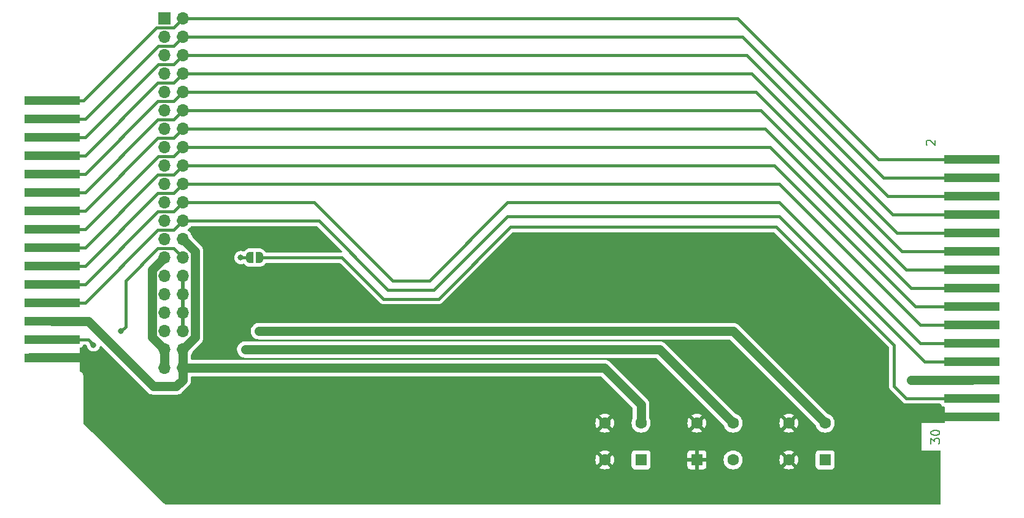
<source format=gtl>
G04 #@! TF.GenerationSoftware,KiCad,Pcbnew,(6.0.0)*
G04 #@! TF.CreationDate,2022-11-09T00:44:27-05:00*
G04 #@! TF.ProjectId,Sorcerer Rom Pack to Ribbon,536f7263-6572-4657-9220-526f6d205061,rev?*
G04 #@! TF.SameCoordinates,Original*
G04 #@! TF.FileFunction,Copper,L1,Top*
G04 #@! TF.FilePolarity,Positive*
%FSLAX46Y46*%
G04 Gerber Fmt 4.6, Leading zero omitted, Abs format (unit mm)*
G04 Created by KiCad (PCBNEW (6.0.0)) date 2022-11-09 00:44:27*
%MOMM*%
%LPD*%
G01*
G04 APERTURE LIST*
G04 Aperture macros list*
%AMFreePoly0*
4,1,22,0.500000,-0.750000,0.000000,-0.750000,0.000000,-0.745033,-0.079941,-0.743568,-0.215256,-0.701293,-0.333266,-0.622738,-0.424486,-0.514219,-0.481581,-0.384460,-0.499164,-0.250000,-0.500000,-0.250000,-0.500000,0.250000,-0.499164,0.250000,-0.499963,0.256109,-0.478152,0.396186,-0.417904,0.524511,-0.324060,0.630769,-0.204165,0.706417,-0.067858,0.745374,0.000000,0.744959,0.000000,0.750000,
0.500000,0.750000,0.500000,-0.750000,0.500000,-0.750000,$1*%
%AMFreePoly1*
4,1,20,0.000000,0.744959,0.073905,0.744508,0.209726,0.703889,0.328688,0.626782,0.421226,0.519385,0.479903,0.390333,0.500000,0.250000,0.500000,-0.250000,0.499851,-0.262216,0.476331,-0.402017,0.414519,-0.529596,0.319384,-0.634700,0.198574,-0.708877,0.061801,-0.746166,0.000000,-0.745033,0.000000,-0.750000,-0.500000,-0.750000,-0.500000,0.750000,0.000000,0.750000,0.000000,0.744959,
0.000000,0.744959,$1*%
G04 Aperture macros list end*
%ADD10C,0.200000*%
G04 #@! TA.AperFunction,NonConductor*
%ADD11C,0.200000*%
G04 #@! TD*
G04 #@! TA.AperFunction,ComponentPad*
%ADD12C,1.600000*%
G04 #@! TD*
G04 #@! TA.AperFunction,ConnectorPad*
%ADD13R,7.600000X1.270000*%
G04 #@! TD*
G04 #@! TA.AperFunction,SMDPad,CuDef*
%ADD14FreePoly0,0.000000*%
G04 #@! TD*
G04 #@! TA.AperFunction,SMDPad,CuDef*
%ADD15FreePoly1,0.000000*%
G04 #@! TD*
G04 #@! TA.AperFunction,ComponentPad*
%ADD16R,1.600000X1.600000*%
G04 #@! TD*
G04 #@! TA.AperFunction,ComponentPad*
%ADD17R,1.700000X1.700000*%
G04 #@! TD*
G04 #@! TA.AperFunction,ComponentPad*
%ADD18O,1.700000X1.700000*%
G04 #@! TD*
G04 #@! TA.AperFunction,ViaPad*
%ADD19C,0.800000*%
G04 #@! TD*
G04 #@! TA.AperFunction,Conductor*
%ADD20C,1.270000*%
G04 #@! TD*
G04 #@! TA.AperFunction,Conductor*
%ADD21C,0.400000*%
G04 #@! TD*
G04 APERTURE END LIST*
D10*
D11*
X186782142Y-93687857D02*
X186725000Y-93630714D01*
X186667857Y-93516428D01*
X186667857Y-93230714D01*
X186725000Y-93116428D01*
X186782142Y-93059285D01*
X186896428Y-93002142D01*
X187010714Y-93002142D01*
X187182142Y-93059285D01*
X187867857Y-93745000D01*
X187867857Y-93002142D01*
D10*
D11*
X187302857Y-134956428D02*
X187302857Y-134213571D01*
X187760000Y-134613571D01*
X187760000Y-134442142D01*
X187817142Y-134327857D01*
X187874285Y-134270714D01*
X187988571Y-134213571D01*
X188274285Y-134213571D01*
X188388571Y-134270714D01*
X188445714Y-134327857D01*
X188502857Y-134442142D01*
X188502857Y-134785000D01*
X188445714Y-134899285D01*
X188388571Y-134956428D01*
X187302857Y-133470714D02*
X187302857Y-133356428D01*
X187360000Y-133242142D01*
X187417142Y-133185000D01*
X187531428Y-133127857D01*
X187760000Y-133070714D01*
X188045714Y-133070714D01*
X188274285Y-133127857D01*
X188388571Y-133185000D01*
X188445714Y-133242142D01*
X188502857Y-133356428D01*
X188502857Y-133470714D01*
X188445714Y-133585000D01*
X188388571Y-133642142D01*
X188274285Y-133699285D01*
X188045714Y-133756428D01*
X187760000Y-133756428D01*
X187531428Y-133699285D01*
X187417142Y-133642142D01*
X187360000Y-133585000D01*
X187302857Y-133470714D01*
D12*
X172720000Y-132080000D03*
X167720000Y-132080000D03*
D13*
X192985000Y-95660000D03*
X192985000Y-98200000D03*
X192985000Y-100740000D03*
X192985000Y-103280000D03*
X192985000Y-105820000D03*
X192985000Y-108360000D03*
X192985000Y-110900000D03*
X192985000Y-113440000D03*
X192985000Y-115980000D03*
X192985000Y-118520000D03*
X192985000Y-121060000D03*
X192985000Y-123600000D03*
X192985000Y-126140000D03*
X192985000Y-128680000D03*
X192985000Y-131220000D03*
D14*
X93330000Y-109220000D03*
D15*
X94630000Y-109220000D03*
D12*
X147320000Y-132080000D03*
X142320000Y-132080000D03*
D16*
X155020000Y-137160000D03*
D12*
X160020000Y-137160000D03*
X155020000Y-132080000D03*
X160020000Y-132080000D03*
D17*
X81534000Y-76200000D03*
D18*
X84074000Y-76200000D03*
X81534000Y-78740000D03*
X84074000Y-78740000D03*
X81534000Y-81280000D03*
X84074000Y-81280000D03*
X81534000Y-83820000D03*
X84074000Y-83820000D03*
X81534000Y-86360000D03*
X84074000Y-86360000D03*
X81534000Y-88900000D03*
X84074000Y-88900000D03*
X81534000Y-91440000D03*
X84074000Y-91440000D03*
X81534000Y-93980000D03*
X84074000Y-93980000D03*
X81534000Y-96520000D03*
X84074000Y-96520000D03*
X81534000Y-99060000D03*
X84074000Y-99060000D03*
X81534000Y-101600000D03*
X84074000Y-101600000D03*
X81534000Y-104140000D03*
X84074000Y-104140000D03*
X81534000Y-106680000D03*
X84074000Y-106680000D03*
X81534000Y-109220000D03*
X84074000Y-109220000D03*
X81534000Y-111760000D03*
X84074000Y-111760000D03*
X81534000Y-114300000D03*
X84074000Y-114300000D03*
X81534000Y-116840000D03*
X84074000Y-116840000D03*
X81534000Y-119380000D03*
X84074000Y-119380000D03*
X81534000Y-121920000D03*
X84074000Y-121920000D03*
X81534000Y-124460000D03*
X84074000Y-124460000D03*
D16*
X147320000Y-137160000D03*
D12*
X142320000Y-137160000D03*
D16*
X172720000Y-137160000D03*
D12*
X167720000Y-137160000D03*
D13*
X66015000Y-123075700D03*
X66015000Y-120535700D03*
X66015000Y-117995700D03*
X66015000Y-115455700D03*
X66015000Y-112915700D03*
X66015000Y-110375700D03*
X66015000Y-107835700D03*
X66015000Y-105295700D03*
X66015000Y-102755700D03*
X66015000Y-100215700D03*
X66015000Y-97675700D03*
X66015000Y-95135700D03*
X66015000Y-92595700D03*
X66015000Y-90055700D03*
X66015000Y-87515700D03*
D19*
X94615000Y-119380000D03*
X92710000Y-121920000D03*
X184560000Y-126140000D03*
X71755000Y-121285000D03*
X92075000Y-109220000D03*
X75565000Y-119380000D03*
D20*
X160020000Y-119380000D02*
X94615000Y-119380000D01*
X172720000Y-132080000D02*
X160020000Y-119380000D01*
D21*
X182245000Y-127000000D02*
X183925000Y-128680000D01*
X119380000Y-114935000D02*
X129321480Y-104993520D01*
X165953520Y-104993520D02*
X182245000Y-121285000D01*
X94615000Y-109220000D02*
X106045000Y-109220000D01*
X106045000Y-109220000D02*
X111760000Y-114935000D01*
X111760000Y-114935000D02*
X119380000Y-114935000D01*
X129321480Y-104993520D02*
X165953520Y-104993520D01*
X182245000Y-121285000D02*
X182245000Y-127000000D01*
X183925000Y-128680000D02*
X192985000Y-128680000D01*
D20*
X149860000Y-121920000D02*
X92710000Y-121920000D01*
X160020000Y-132080000D02*
X149860000Y-121920000D01*
X79849489Y-110904511D02*
X79849489Y-120235489D01*
X81534000Y-109220000D02*
X79849489Y-110904511D01*
X81534000Y-121920000D02*
X81534000Y-124460000D01*
X79849489Y-120235489D02*
X81534000Y-121920000D01*
X192985000Y-126140000D02*
X185772000Y-126140000D01*
X147320000Y-132080000D02*
X147320000Y-129540000D01*
X84074000Y-121920000D02*
X84074000Y-124460000D01*
X142240000Y-124460000D02*
X84074000Y-124460000D01*
X84074000Y-106680000D02*
X85758511Y-108364511D01*
X71005700Y-117995700D02*
X66050000Y-117995700D01*
X80010000Y-127000000D02*
X71005700Y-117995700D01*
X83185000Y-127000000D02*
X80010000Y-127000000D01*
X84074000Y-126111000D02*
X83185000Y-127000000D01*
X84074000Y-124460000D02*
X84074000Y-126111000D01*
X147320000Y-129540000D02*
X142240000Y-124460000D01*
X185772000Y-126140000D02*
X184560000Y-126140000D01*
X85758511Y-108364511D02*
X85758511Y-120235489D01*
X85758511Y-120235489D02*
X84074000Y-121920000D01*
D21*
X128905000Y-101600000D02*
X166370000Y-101600000D01*
X185830000Y-121060000D02*
X192985000Y-121060000D01*
X102235000Y-101600000D02*
X113030000Y-112395000D01*
X113030000Y-112395000D02*
X118110000Y-112395000D01*
X84074000Y-101600000D02*
X102235000Y-101600000D01*
X82783511Y-102890489D02*
X80624511Y-102890489D01*
X84074000Y-101600000D02*
X82783511Y-102890489D01*
X70599300Y-112915700D02*
X66050000Y-112915700D01*
X80624511Y-102890489D02*
X70599300Y-112915700D01*
X118110000Y-112395000D02*
X128905000Y-101600000D01*
X166370000Y-101600000D02*
X185830000Y-121060000D01*
X128905000Y-103505000D02*
X166370000Y-103505000D01*
X70599300Y-115455700D02*
X66050000Y-115455700D01*
X82783511Y-105430489D02*
X80624511Y-105430489D01*
X102870000Y-104140000D02*
X112395000Y-113665000D01*
X80624511Y-105430489D02*
X70599300Y-115455700D01*
X118745000Y-113665000D02*
X128905000Y-103505000D01*
X84074000Y-104140000D02*
X82783511Y-105430489D01*
X186465000Y-123600000D02*
X192985000Y-123600000D01*
X84074000Y-104140000D02*
X102870000Y-104140000D01*
X166370000Y-103505000D02*
X186465000Y-123600000D01*
X112395000Y-113665000D02*
X118745000Y-113665000D01*
X80624511Y-100350489D02*
X70599300Y-110375700D01*
X84074000Y-99060000D02*
X82783511Y-100350489D01*
X84074000Y-99060000D02*
X166370000Y-99060000D01*
X82783511Y-100350489D02*
X80624511Y-100350489D01*
X70599300Y-110375700D02*
X66050000Y-110375700D01*
X185830000Y-118520000D02*
X192985000Y-118520000D01*
X166370000Y-99060000D02*
X185830000Y-118520000D01*
X82824489Y-77449511D02*
X84074000Y-76200000D01*
X70370700Y-87515700D02*
X80436889Y-77449511D01*
X180115000Y-95660000D02*
X192985000Y-95660000D01*
X80436889Y-77449511D02*
X82824489Y-77449511D01*
X84074000Y-76200000D02*
X160655000Y-76200000D01*
X66050000Y-87515700D02*
X70370700Y-87515700D01*
X160655000Y-76200000D02*
X180115000Y-95660000D01*
X192985000Y-98200000D02*
X180750000Y-98200000D01*
X70599300Y-90055700D02*
X66050000Y-90055700D01*
X82824489Y-79989511D02*
X80665489Y-79989511D01*
X161290000Y-78740000D02*
X84074000Y-78740000D01*
X180750000Y-98200000D02*
X161290000Y-78740000D01*
X80665489Y-79989511D02*
X70599300Y-90055700D01*
X84074000Y-78740000D02*
X82824489Y-79989511D01*
X82824489Y-82529511D02*
X84074000Y-81280000D01*
X84074000Y-81280000D02*
X161925000Y-81280000D01*
X66050000Y-92595700D02*
X70599300Y-92595700D01*
X161925000Y-81280000D02*
X181385000Y-100740000D01*
X181385000Y-100740000D02*
X192985000Y-100740000D01*
X70599300Y-92595700D02*
X80665489Y-82529511D01*
X80665489Y-82529511D02*
X82824489Y-82529511D01*
X70599300Y-95135700D02*
X66050000Y-95135700D01*
X84074000Y-83820000D02*
X82783511Y-85110489D01*
X80624511Y-85110489D02*
X70599300Y-95135700D01*
X82783511Y-85110489D02*
X80624511Y-85110489D01*
X182020000Y-103280000D02*
X192985000Y-103280000D01*
X162560000Y-83820000D02*
X182020000Y-103280000D01*
X84074000Y-83820000D02*
X162560000Y-83820000D01*
X84074000Y-86360000D02*
X163195000Y-86360000D01*
X84074000Y-86360000D02*
X82783511Y-87650489D01*
X163195000Y-86360000D02*
X182655000Y-105820000D01*
X82783511Y-87650489D02*
X80624511Y-87650489D01*
X182655000Y-105820000D02*
X192985000Y-105820000D01*
X80624511Y-87650489D02*
X70599300Y-97675700D01*
X70599300Y-97675700D02*
X66050000Y-97675700D01*
X84074000Y-88900000D02*
X82783511Y-90190489D01*
X80624511Y-90190489D02*
X70599300Y-100215700D01*
X70599300Y-100215700D02*
X66050000Y-100215700D01*
X84074000Y-88900000D02*
X163830000Y-88900000D01*
X183290000Y-108360000D02*
X192985000Y-108360000D01*
X163830000Y-88900000D02*
X183290000Y-108360000D01*
X82783511Y-90190489D02*
X80624511Y-90190489D01*
X80624511Y-92730489D02*
X70599300Y-102755700D01*
X84074000Y-91440000D02*
X82783511Y-92730489D01*
X70599300Y-102755700D02*
X66050000Y-102755700D01*
X84074000Y-91440000D02*
X164465000Y-91440000D01*
X183925000Y-110900000D02*
X192985000Y-110900000D01*
X164465000Y-91440000D02*
X183925000Y-110900000D01*
X82783511Y-92730489D02*
X80624511Y-92730489D01*
X165100000Y-93980000D02*
X184560000Y-113440000D01*
X80665489Y-95229511D02*
X70599300Y-105295700D01*
X70599300Y-105295700D02*
X66050000Y-105295700D01*
X84074000Y-93980000D02*
X82824489Y-95229511D01*
X184560000Y-113440000D02*
X192985000Y-113440000D01*
X84074000Y-93980000D02*
X165100000Y-93980000D01*
X82824489Y-95229511D02*
X80665489Y-95229511D01*
X82783511Y-97810489D02*
X80624511Y-97810489D01*
X84074000Y-96520000D02*
X165735000Y-96520000D01*
X84074000Y-96520000D02*
X82783511Y-97810489D01*
X80624511Y-97810489D02*
X70599300Y-107835700D01*
X165735000Y-96520000D02*
X185195000Y-115980000D01*
X185195000Y-115980000D02*
X192985000Y-115980000D01*
X70599300Y-107835700D02*
X66050000Y-107835700D01*
X80624511Y-107970489D02*
X76200000Y-112395000D01*
X66050000Y-120535700D02*
X71005700Y-120535700D01*
X93330000Y-109220000D02*
X92075000Y-109220000D01*
X71005700Y-120535700D02*
X71755000Y-121285000D01*
X76200000Y-112395000D02*
X76200000Y-118745000D01*
X84074000Y-109220000D02*
X82824489Y-107970489D01*
X82824489Y-107970489D02*
X80624511Y-107970489D01*
X76200000Y-118745000D02*
X75565000Y-119380000D01*
G04 #@! TA.AperFunction,Conductor*
G36*
X102592461Y-104868502D02*
G01*
X102613435Y-104885405D01*
X106024434Y-108296405D01*
X106058460Y-108358717D01*
X106053395Y-108429533D01*
X106010848Y-108486368D01*
X105944328Y-108511179D01*
X105935339Y-108511500D01*
X95609012Y-108511500D01*
X95540891Y-108491498D01*
X95502863Y-108453385D01*
X95474169Y-108408516D01*
X95450213Y-108371057D01*
X95447157Y-108366279D01*
X95447156Y-108366278D01*
X95444742Y-108362503D01*
X95351252Y-108254002D01*
X95241489Y-108158250D01*
X95234538Y-108153744D01*
X95125062Y-108082786D01*
X95121304Y-108080350D01*
X95113630Y-108076804D01*
X94993145Y-108021132D01*
X94993143Y-108021131D01*
X94989076Y-108019252D01*
X94920467Y-107998734D01*
X94856156Y-107979501D01*
X94856151Y-107979500D01*
X94851858Y-107978216D01*
X94847426Y-107977554D01*
X94847423Y-107977553D01*
X94712235Y-107957350D01*
X94712232Y-107957350D01*
X94707804Y-107956688D01*
X94633145Y-107956232D01*
X94569055Y-107955840D01*
X94569050Y-107955840D01*
X94564583Y-107955813D01*
X94562139Y-107956148D01*
X94558344Y-107956271D01*
X94130000Y-107956271D01*
X94121024Y-107956913D01*
X94063627Y-107961018D01*
X94063626Y-107961018D01*
X94056889Y-107961500D01*
X94020560Y-107972167D01*
X93967132Y-107975988D01*
X93830000Y-107956271D01*
X93339992Y-107956271D01*
X93339222Y-107956269D01*
X93269069Y-107955840D01*
X93269063Y-107955840D01*
X93264583Y-107955813D01*
X93180493Y-107967331D01*
X93124724Y-107974970D01*
X93124720Y-107974971D01*
X93120273Y-107975580D01*
X92982564Y-108014937D01*
X92849602Y-108074414D01*
X92845820Y-108076800D01*
X92845813Y-108076804D01*
X92776983Y-108120233D01*
X92728474Y-108150840D01*
X92617548Y-108245246D01*
X92614577Y-108248611D01*
X92614570Y-108248617D01*
X92538138Y-108335160D01*
X92478053Y-108372979D01*
X92407059Y-108372309D01*
X92392449Y-108366860D01*
X92363323Y-108353892D01*
X92363315Y-108353889D01*
X92357288Y-108351206D01*
X92251472Y-108328714D01*
X92176944Y-108312872D01*
X92176939Y-108312872D01*
X92170487Y-108311500D01*
X91979513Y-108311500D01*
X91973061Y-108312872D01*
X91973056Y-108312872D01*
X91898528Y-108328714D01*
X91792712Y-108351206D01*
X91786682Y-108353891D01*
X91786681Y-108353891D01*
X91624278Y-108426197D01*
X91624276Y-108426198D01*
X91618248Y-108428882D01*
X91612907Y-108432762D01*
X91612906Y-108432763D01*
X91589161Y-108450015D01*
X91463747Y-108541134D01*
X91459326Y-108546044D01*
X91459325Y-108546045D01*
X91386717Y-108626685D01*
X91335960Y-108683056D01*
X91240473Y-108848444D01*
X91181458Y-109030072D01*
X91161496Y-109220000D01*
X91162186Y-109226565D01*
X91176028Y-109358261D01*
X91181458Y-109409928D01*
X91240473Y-109591556D01*
X91243776Y-109597278D01*
X91243777Y-109597279D01*
X91245645Y-109600514D01*
X91335960Y-109756944D01*
X91340378Y-109761851D01*
X91340379Y-109761852D01*
X91446631Y-109879857D01*
X91463747Y-109898866D01*
X91618248Y-110011118D01*
X91624276Y-110013802D01*
X91624278Y-110013803D01*
X91786679Y-110086108D01*
X91792712Y-110088794D01*
X91879009Y-110107137D01*
X91973056Y-110127128D01*
X91973061Y-110127128D01*
X91979513Y-110128500D01*
X92170487Y-110128500D01*
X92176939Y-110127128D01*
X92176944Y-110127128D01*
X92270991Y-110107137D01*
X92357288Y-110088794D01*
X92363315Y-110086111D01*
X92363323Y-110086108D01*
X92393249Y-110072784D01*
X92463616Y-110063350D01*
X92527913Y-110093457D01*
X92540948Y-110106816D01*
X92589570Y-110164659D01*
X92600054Y-110177131D01*
X92708639Y-110274218D01*
X92712372Y-110276703D01*
X92712376Y-110276706D01*
X92824135Y-110351099D01*
X92827864Y-110353581D01*
X92959333Y-110416289D01*
X92963612Y-110417626D01*
X92963615Y-110417627D01*
X93008145Y-110431539D01*
X93096039Y-110458999D01*
X93100463Y-110459716D01*
X93100465Y-110459716D01*
X93137597Y-110465730D01*
X93239821Y-110482287D01*
X93306782Y-110483514D01*
X93378539Y-110484830D01*
X93378541Y-110484830D01*
X93383020Y-110484912D01*
X93387465Y-110484359D01*
X93391944Y-110484122D01*
X93391951Y-110484249D01*
X93400339Y-110483729D01*
X93830000Y-110483729D01*
X93861986Y-110481441D01*
X93896373Y-110478982D01*
X93896374Y-110478982D01*
X93903111Y-110478500D01*
X93939440Y-110467833D01*
X93992868Y-110464012D01*
X94130000Y-110483729D01*
X94617322Y-110483729D01*
X94619630Y-110483750D01*
X94683020Y-110484912D01*
X94710382Y-110481504D01*
X94823128Y-110467460D01*
X94823132Y-110467459D01*
X94827565Y-110466907D01*
X94965745Y-110429234D01*
X94969862Y-110427452D01*
X94969866Y-110427451D01*
X95095296Y-110373173D01*
X95095301Y-110373171D01*
X95099420Y-110371388D01*
X95221472Y-110296448D01*
X95245252Y-110276706D01*
X95330093Y-110206270D01*
X95330095Y-110206268D01*
X95333540Y-110203408D01*
X95429654Y-110097224D01*
X95449706Y-110067496D01*
X95505996Y-109984042D01*
X95560671Y-109938752D01*
X95610455Y-109928500D01*
X105699340Y-109928500D01*
X105767461Y-109948502D01*
X105788435Y-109965405D01*
X111238550Y-115415520D01*
X111244404Y-115421785D01*
X111282439Y-115465385D01*
X111290281Y-115470896D01*
X111334697Y-115502112D01*
X111339993Y-115506045D01*
X111390282Y-115545477D01*
X111397204Y-115548602D01*
X111399452Y-115549964D01*
X111414185Y-115558368D01*
X111416524Y-115559622D01*
X111422739Y-115563990D01*
X111429815Y-115566749D01*
X111429819Y-115566751D01*
X111482274Y-115587202D01*
X111488352Y-115589757D01*
X111546574Y-115616045D01*
X111554045Y-115617429D01*
X111556599Y-115618230D01*
X111572878Y-115622867D01*
X111575433Y-115623523D01*
X111582509Y-115626282D01*
X111603262Y-115629014D01*
X111645851Y-115634621D01*
X111652367Y-115635653D01*
X111705865Y-115645568D01*
X111715187Y-115647296D01*
X111722767Y-115646859D01*
X111722768Y-115646859D01*
X111777398Y-115643709D01*
X111784651Y-115643500D01*
X119351088Y-115643500D01*
X119359658Y-115643792D01*
X119409776Y-115647209D01*
X119409780Y-115647209D01*
X119417352Y-115647725D01*
X119424829Y-115646420D01*
X119424830Y-115646420D01*
X119451308Y-115641799D01*
X119480303Y-115636738D01*
X119486821Y-115635777D01*
X119550242Y-115628102D01*
X119557343Y-115625419D01*
X119559952Y-115624778D01*
X119576262Y-115620315D01*
X119578798Y-115619550D01*
X119586284Y-115618243D01*
X119644800Y-115592556D01*
X119650904Y-115590065D01*
X119651717Y-115589758D01*
X119710656Y-115567487D01*
X119716919Y-115563183D01*
X119719285Y-115561946D01*
X119734097Y-115553701D01*
X119736351Y-115552368D01*
X119743305Y-115549315D01*
X119794002Y-115510413D01*
X119799332Y-115506541D01*
X119845720Y-115474661D01*
X119845725Y-115474656D01*
X119851981Y-115470357D01*
X119861654Y-115459501D01*
X119893435Y-115423830D01*
X119898416Y-115418554D01*
X129578045Y-105738925D01*
X129640357Y-105704899D01*
X129667140Y-105702020D01*
X165607860Y-105702020D01*
X165675981Y-105722022D01*
X165696955Y-105738925D01*
X181499595Y-121541565D01*
X181533621Y-121603877D01*
X181536500Y-121630660D01*
X181536500Y-126971088D01*
X181536208Y-126979658D01*
X181532275Y-127037352D01*
X181533580Y-127044829D01*
X181533580Y-127044830D01*
X181543261Y-127100299D01*
X181544223Y-127106821D01*
X181551898Y-127170242D01*
X181554581Y-127177343D01*
X181555222Y-127179952D01*
X181559685Y-127196262D01*
X181560450Y-127198798D01*
X181561757Y-127206284D01*
X181587086Y-127263983D01*
X181587442Y-127264795D01*
X181589933Y-127270899D01*
X181612513Y-127330656D01*
X181616817Y-127336919D01*
X181618054Y-127339285D01*
X181626299Y-127354097D01*
X181627632Y-127356351D01*
X181630685Y-127363305D01*
X181666133Y-127409500D01*
X181669579Y-127413991D01*
X181673459Y-127419332D01*
X181705339Y-127465720D01*
X181705344Y-127465725D01*
X181709643Y-127471981D01*
X181715313Y-127477032D01*
X181715314Y-127477034D01*
X181756170Y-127513435D01*
X181761446Y-127518416D01*
X183403550Y-129160520D01*
X183409404Y-129166785D01*
X183447439Y-129210385D01*
X183453657Y-129214755D01*
X183499697Y-129247112D01*
X183504993Y-129251045D01*
X183555282Y-129290477D01*
X183562204Y-129293602D01*
X183564452Y-129294964D01*
X183579185Y-129303368D01*
X183581524Y-129304622D01*
X183587739Y-129308990D01*
X183594815Y-129311749D01*
X183594819Y-129311751D01*
X183647269Y-129332200D01*
X183653334Y-129334749D01*
X183711573Y-129361045D01*
X183719038Y-129362429D01*
X183721582Y-129363226D01*
X183737848Y-129367859D01*
X183740428Y-129368521D01*
X183747509Y-129371282D01*
X183755042Y-129372274D01*
X183755043Y-129372274D01*
X183787699Y-129376573D01*
X183810857Y-129379622D01*
X183817355Y-129380650D01*
X183880187Y-129392296D01*
X183887767Y-129391859D01*
X183887768Y-129391859D01*
X183942393Y-129388709D01*
X183949647Y-129388500D01*
X188582126Y-129388500D01*
X188650247Y-129408502D01*
X188696740Y-129462158D01*
X188700107Y-129470268D01*
X188734385Y-129561705D01*
X188821739Y-129678261D01*
X188938295Y-129765615D01*
X189074684Y-129816745D01*
X189113935Y-129821009D01*
X189117608Y-129821408D01*
X189183170Y-129848650D01*
X189223596Y-129907013D01*
X189230000Y-129946671D01*
X189230000Y-130595000D01*
X196151000Y-130595000D01*
X196219121Y-130615002D01*
X196265614Y-130668658D01*
X196277000Y-130721000D01*
X196277000Y-131724000D01*
X196256998Y-131792121D01*
X196203342Y-131838614D01*
X196151000Y-131850000D01*
X189230000Y-131850000D01*
X189230000Y-131958143D01*
X189209998Y-132026264D01*
X189156342Y-132072757D01*
X189104000Y-132084143D01*
X186036000Y-132084143D01*
X186036000Y-135885857D01*
X188551000Y-135885857D01*
X188619121Y-135905859D01*
X188665614Y-135959515D01*
X188677000Y-136011857D01*
X188677000Y-143161700D01*
X188656998Y-143229821D01*
X188603342Y-143276314D01*
X188551000Y-143287700D01*
X81674896Y-143287700D01*
X81606775Y-143267698D01*
X81586455Y-143251445D01*
X81495387Y-143161700D01*
X76507249Y-138246062D01*
X141598493Y-138246062D01*
X141607789Y-138258077D01*
X141658994Y-138293931D01*
X141668489Y-138299414D01*
X141865947Y-138391490D01*
X141876239Y-138395236D01*
X142086688Y-138451625D01*
X142097481Y-138453528D01*
X142314525Y-138472517D01*
X142325475Y-138472517D01*
X142542519Y-138453528D01*
X142553312Y-138451625D01*
X142763761Y-138395236D01*
X142774053Y-138391490D01*
X142971511Y-138299414D01*
X142981006Y-138293931D01*
X143033048Y-138257491D01*
X143041424Y-138247012D01*
X143034356Y-138233566D01*
X142808924Y-138008134D01*
X146011500Y-138008134D01*
X146018255Y-138070316D01*
X146069385Y-138206705D01*
X146156739Y-138323261D01*
X146273295Y-138410615D01*
X146409684Y-138461745D01*
X146471866Y-138468500D01*
X148168134Y-138468500D01*
X148230316Y-138461745D01*
X148366705Y-138410615D01*
X148483261Y-138323261D01*
X148570615Y-138206705D01*
X148621745Y-138070316D01*
X148628500Y-138008134D01*
X148628500Y-138004669D01*
X153712001Y-138004669D01*
X153712371Y-138011490D01*
X153717895Y-138062352D01*
X153721521Y-138077604D01*
X153766676Y-138198054D01*
X153775214Y-138213649D01*
X153851715Y-138315724D01*
X153864276Y-138328285D01*
X153966351Y-138404786D01*
X153981946Y-138413324D01*
X154102394Y-138458478D01*
X154117649Y-138462105D01*
X154168514Y-138467631D01*
X154175328Y-138468000D01*
X154747885Y-138468000D01*
X154763124Y-138463525D01*
X154764329Y-138462135D01*
X154766000Y-138454452D01*
X154766000Y-138449884D01*
X155274000Y-138449884D01*
X155278475Y-138465123D01*
X155279865Y-138466328D01*
X155287548Y-138467999D01*
X155864669Y-138467999D01*
X155871490Y-138467629D01*
X155922352Y-138462105D01*
X155937604Y-138458479D01*
X156058054Y-138413324D01*
X156073649Y-138404786D01*
X156175724Y-138328285D01*
X156188285Y-138315724D01*
X156264786Y-138213649D01*
X156273324Y-138198054D01*
X156318478Y-138077606D01*
X156322105Y-138062351D01*
X156327631Y-138011486D01*
X156328000Y-138004672D01*
X156328000Y-137432115D01*
X156323525Y-137416876D01*
X156322135Y-137415671D01*
X156314452Y-137414000D01*
X155292115Y-137414000D01*
X155276876Y-137418475D01*
X155275671Y-137419865D01*
X155274000Y-137427548D01*
X155274000Y-138449884D01*
X154766000Y-138449884D01*
X154766000Y-137432115D01*
X154761525Y-137416876D01*
X154760135Y-137415671D01*
X154752452Y-137414000D01*
X153730116Y-137414000D01*
X153714877Y-137418475D01*
X153713672Y-137419865D01*
X153712001Y-137427548D01*
X153712001Y-138004669D01*
X148628500Y-138004669D01*
X148628500Y-137160000D01*
X158706502Y-137160000D01*
X158726457Y-137388087D01*
X158727881Y-137393400D01*
X158727881Y-137393402D01*
X158765025Y-137532022D01*
X158785716Y-137609243D01*
X158788039Y-137614224D01*
X158788039Y-137614225D01*
X158880151Y-137811762D01*
X158880154Y-137811767D01*
X158882477Y-137816749D01*
X159013802Y-138004300D01*
X159175700Y-138166198D01*
X159180208Y-138169355D01*
X159180211Y-138169357D01*
X159221195Y-138198054D01*
X159363251Y-138297523D01*
X159368233Y-138299846D01*
X159368238Y-138299849D01*
X159564765Y-138391490D01*
X159570757Y-138394284D01*
X159576065Y-138395706D01*
X159576067Y-138395707D01*
X159786598Y-138452119D01*
X159786600Y-138452119D01*
X159791913Y-138453543D01*
X160020000Y-138473498D01*
X160248087Y-138453543D01*
X160253400Y-138452119D01*
X160253402Y-138452119D01*
X160463933Y-138395707D01*
X160463935Y-138395706D01*
X160469243Y-138394284D01*
X160475235Y-138391490D01*
X160671762Y-138299849D01*
X160671767Y-138299846D01*
X160676749Y-138297523D01*
X160750243Y-138246062D01*
X166998493Y-138246062D01*
X167007789Y-138258077D01*
X167058994Y-138293931D01*
X167068489Y-138299414D01*
X167265947Y-138391490D01*
X167276239Y-138395236D01*
X167486688Y-138451625D01*
X167497481Y-138453528D01*
X167714525Y-138472517D01*
X167725475Y-138472517D01*
X167942519Y-138453528D01*
X167953312Y-138451625D01*
X168163761Y-138395236D01*
X168174053Y-138391490D01*
X168371511Y-138299414D01*
X168381006Y-138293931D01*
X168433048Y-138257491D01*
X168441424Y-138247012D01*
X168434356Y-138233566D01*
X168208924Y-138008134D01*
X171411500Y-138008134D01*
X171418255Y-138070316D01*
X171469385Y-138206705D01*
X171556739Y-138323261D01*
X171673295Y-138410615D01*
X171809684Y-138461745D01*
X171871866Y-138468500D01*
X173568134Y-138468500D01*
X173630316Y-138461745D01*
X173766705Y-138410615D01*
X173883261Y-138323261D01*
X173970615Y-138206705D01*
X174021745Y-138070316D01*
X174028500Y-138008134D01*
X174028500Y-136311866D01*
X174021745Y-136249684D01*
X173970615Y-136113295D01*
X173883261Y-135996739D01*
X173766705Y-135909385D01*
X173630316Y-135858255D01*
X173568134Y-135851500D01*
X171871866Y-135851500D01*
X171809684Y-135858255D01*
X171673295Y-135909385D01*
X171556739Y-135996739D01*
X171469385Y-136113295D01*
X171418255Y-136249684D01*
X171411500Y-136311866D01*
X171411500Y-138008134D01*
X168208924Y-138008134D01*
X167732812Y-137532022D01*
X167718868Y-137524408D01*
X167717035Y-137524539D01*
X167710420Y-137528790D01*
X167004923Y-138234287D01*
X166998493Y-138246062D01*
X160750243Y-138246062D01*
X160818805Y-138198054D01*
X160859789Y-138169357D01*
X160859792Y-138169355D01*
X160864300Y-138166198D01*
X161026198Y-138004300D01*
X161157523Y-137816749D01*
X161159846Y-137811767D01*
X161159849Y-137811762D01*
X161251961Y-137614225D01*
X161251961Y-137614224D01*
X161254284Y-137609243D01*
X161274976Y-137532022D01*
X161312119Y-137393402D01*
X161312119Y-137393400D01*
X161313543Y-137388087D01*
X161333019Y-137165475D01*
X166407483Y-137165475D01*
X166426472Y-137382519D01*
X166428375Y-137393312D01*
X166484764Y-137603761D01*
X166488510Y-137614053D01*
X166580586Y-137811511D01*
X166586069Y-137821006D01*
X166622509Y-137873048D01*
X166632988Y-137881424D01*
X166646434Y-137874356D01*
X167347978Y-137172812D01*
X167354356Y-137161132D01*
X168084408Y-137161132D01*
X168084539Y-137162965D01*
X168088790Y-137169580D01*
X168794287Y-137875077D01*
X168806062Y-137881507D01*
X168818077Y-137872211D01*
X168853931Y-137821006D01*
X168859414Y-137811511D01*
X168951490Y-137614053D01*
X168955236Y-137603761D01*
X169011625Y-137393312D01*
X169013528Y-137382519D01*
X169032517Y-137165475D01*
X169032517Y-137154525D01*
X169013528Y-136937481D01*
X169011625Y-136926688D01*
X168955236Y-136716239D01*
X168951490Y-136705947D01*
X168859414Y-136508489D01*
X168853931Y-136498994D01*
X168817491Y-136446952D01*
X168807012Y-136438576D01*
X168793566Y-136445644D01*
X168092022Y-137147188D01*
X168084408Y-137161132D01*
X167354356Y-137161132D01*
X167355592Y-137158868D01*
X167355461Y-137157035D01*
X167351210Y-137150420D01*
X166645713Y-136444923D01*
X166633938Y-136438493D01*
X166621923Y-136447789D01*
X166586069Y-136498994D01*
X166580586Y-136508489D01*
X166488510Y-136705947D01*
X166484764Y-136716239D01*
X166428375Y-136926688D01*
X166426472Y-136937481D01*
X166407483Y-137154525D01*
X166407483Y-137165475D01*
X161333019Y-137165475D01*
X161333498Y-137160000D01*
X161313543Y-136931913D01*
X161305028Y-136900135D01*
X161255707Y-136716067D01*
X161255706Y-136716065D01*
X161254284Y-136710757D01*
X161159966Y-136508489D01*
X161159849Y-136508238D01*
X161159846Y-136508233D01*
X161157523Y-136503251D01*
X161026198Y-136315700D01*
X160864300Y-136153802D01*
X160859792Y-136150645D01*
X160859789Y-136150643D01*
X160748886Y-136072988D01*
X166998576Y-136072988D01*
X167005644Y-136086434D01*
X167707188Y-136787978D01*
X167721132Y-136795592D01*
X167722965Y-136795461D01*
X167729580Y-136791210D01*
X168435077Y-136085713D01*
X168441507Y-136073938D01*
X168432211Y-136061923D01*
X168381006Y-136026069D01*
X168371511Y-136020586D01*
X168174053Y-135928510D01*
X168163761Y-135924764D01*
X167953312Y-135868375D01*
X167942519Y-135866472D01*
X167725475Y-135847483D01*
X167714525Y-135847483D01*
X167497481Y-135866472D01*
X167486688Y-135868375D01*
X167276239Y-135924764D01*
X167265947Y-135928510D01*
X167068489Y-136020586D01*
X167058994Y-136026069D01*
X167006952Y-136062509D01*
X166998576Y-136072988D01*
X160748886Y-136072988D01*
X160733920Y-136062509D01*
X160676749Y-136022477D01*
X160671767Y-136020154D01*
X160671762Y-136020151D01*
X160474225Y-135928039D01*
X160474224Y-135928039D01*
X160469243Y-135925716D01*
X160463935Y-135924294D01*
X160463933Y-135924293D01*
X160253402Y-135867881D01*
X160253400Y-135867881D01*
X160248087Y-135866457D01*
X160020000Y-135846502D01*
X159791913Y-135866457D01*
X159786600Y-135867881D01*
X159786598Y-135867881D01*
X159576067Y-135924293D01*
X159576065Y-135924294D01*
X159570757Y-135925716D01*
X159565776Y-135928039D01*
X159565775Y-135928039D01*
X159368238Y-136020151D01*
X159368233Y-136020154D01*
X159363251Y-136022477D01*
X159306080Y-136062509D01*
X159180211Y-136150643D01*
X159180208Y-136150645D01*
X159175700Y-136153802D01*
X159013802Y-136315700D01*
X158882477Y-136503251D01*
X158880154Y-136508233D01*
X158880151Y-136508238D01*
X158880034Y-136508489D01*
X158785716Y-136710757D01*
X158784294Y-136716065D01*
X158784293Y-136716067D01*
X158734972Y-136900135D01*
X158726457Y-136931913D01*
X158706502Y-137160000D01*
X148628500Y-137160000D01*
X148628500Y-136887885D01*
X153712000Y-136887885D01*
X153716475Y-136903124D01*
X153717865Y-136904329D01*
X153725548Y-136906000D01*
X154747885Y-136906000D01*
X154763124Y-136901525D01*
X154764329Y-136900135D01*
X154766000Y-136892452D01*
X154766000Y-136887885D01*
X155274000Y-136887885D01*
X155278475Y-136903124D01*
X155279865Y-136904329D01*
X155287548Y-136906000D01*
X156309884Y-136906000D01*
X156325123Y-136901525D01*
X156326328Y-136900135D01*
X156327999Y-136892452D01*
X156327999Y-136315331D01*
X156327629Y-136308510D01*
X156322105Y-136257648D01*
X156318479Y-136242396D01*
X156273324Y-136121946D01*
X156264786Y-136106351D01*
X156188285Y-136004276D01*
X156175724Y-135991715D01*
X156073649Y-135915214D01*
X156058054Y-135906676D01*
X155937606Y-135861522D01*
X155922351Y-135857895D01*
X155871486Y-135852369D01*
X155864672Y-135852000D01*
X155292115Y-135852000D01*
X155276876Y-135856475D01*
X155275671Y-135857865D01*
X155274000Y-135865548D01*
X155274000Y-136887885D01*
X154766000Y-136887885D01*
X154766000Y-135870116D01*
X154761525Y-135854877D01*
X154760135Y-135853672D01*
X154752452Y-135852001D01*
X154175331Y-135852001D01*
X154168510Y-135852371D01*
X154117648Y-135857895D01*
X154102396Y-135861521D01*
X153981946Y-135906676D01*
X153966351Y-135915214D01*
X153864276Y-135991715D01*
X153851715Y-136004276D01*
X153775214Y-136106351D01*
X153766676Y-136121946D01*
X153721522Y-136242394D01*
X153717895Y-136257649D01*
X153712369Y-136308514D01*
X153712000Y-136315328D01*
X153712000Y-136887885D01*
X148628500Y-136887885D01*
X148628500Y-136311866D01*
X148621745Y-136249684D01*
X148570615Y-136113295D01*
X148483261Y-135996739D01*
X148366705Y-135909385D01*
X148230316Y-135858255D01*
X148168134Y-135851500D01*
X146471866Y-135851500D01*
X146409684Y-135858255D01*
X146273295Y-135909385D01*
X146156739Y-135996739D01*
X146069385Y-136113295D01*
X146018255Y-136249684D01*
X146011500Y-136311866D01*
X146011500Y-138008134D01*
X142808924Y-138008134D01*
X142332812Y-137532022D01*
X142318868Y-137524408D01*
X142317035Y-137524539D01*
X142310420Y-137528790D01*
X141604923Y-138234287D01*
X141598493Y-138246062D01*
X76507249Y-138246062D01*
X75410725Y-137165475D01*
X141007483Y-137165475D01*
X141026472Y-137382519D01*
X141028375Y-137393312D01*
X141084764Y-137603761D01*
X141088510Y-137614053D01*
X141180586Y-137811511D01*
X141186069Y-137821006D01*
X141222509Y-137873048D01*
X141232988Y-137881424D01*
X141246434Y-137874356D01*
X141947978Y-137172812D01*
X141954356Y-137161132D01*
X142684408Y-137161132D01*
X142684539Y-137162965D01*
X142688790Y-137169580D01*
X143394287Y-137875077D01*
X143406062Y-137881507D01*
X143418077Y-137872211D01*
X143453931Y-137821006D01*
X143459414Y-137811511D01*
X143551490Y-137614053D01*
X143555236Y-137603761D01*
X143611625Y-137393312D01*
X143613528Y-137382519D01*
X143632517Y-137165475D01*
X143632517Y-137154525D01*
X143613528Y-136937481D01*
X143611625Y-136926688D01*
X143555236Y-136716239D01*
X143551490Y-136705947D01*
X143459414Y-136508489D01*
X143453931Y-136498994D01*
X143417491Y-136446952D01*
X143407012Y-136438576D01*
X143393566Y-136445644D01*
X142692022Y-137147188D01*
X142684408Y-137161132D01*
X141954356Y-137161132D01*
X141955592Y-137158868D01*
X141955461Y-137157035D01*
X141951210Y-137150420D01*
X141245713Y-136444923D01*
X141233938Y-136438493D01*
X141221923Y-136447789D01*
X141186069Y-136498994D01*
X141180586Y-136508489D01*
X141088510Y-136705947D01*
X141084764Y-136716239D01*
X141028375Y-136926688D01*
X141026472Y-136937481D01*
X141007483Y-137154525D01*
X141007483Y-137165475D01*
X75410725Y-137165475D01*
X74302125Y-136072988D01*
X141598576Y-136072988D01*
X141605644Y-136086434D01*
X142307188Y-136787978D01*
X142321132Y-136795592D01*
X142322965Y-136795461D01*
X142329580Y-136791210D01*
X143035077Y-136085713D01*
X143041507Y-136073938D01*
X143032211Y-136061923D01*
X142981006Y-136026069D01*
X142971511Y-136020586D01*
X142774053Y-135928510D01*
X142763761Y-135924764D01*
X142553312Y-135868375D01*
X142542519Y-135866472D01*
X142325475Y-135847483D01*
X142314525Y-135847483D01*
X142097481Y-135866472D01*
X142086688Y-135868375D01*
X141876239Y-135924764D01*
X141865947Y-135928510D01*
X141668489Y-136020586D01*
X141658994Y-136026069D01*
X141606952Y-136062509D01*
X141598576Y-136072988D01*
X74302125Y-136072988D01*
X71562867Y-133373543D01*
X71352326Y-133166062D01*
X141598493Y-133166062D01*
X141607789Y-133178077D01*
X141658994Y-133213931D01*
X141668489Y-133219414D01*
X141865947Y-133311490D01*
X141876239Y-133315236D01*
X142086688Y-133371625D01*
X142097481Y-133373528D01*
X142314525Y-133392517D01*
X142325475Y-133392517D01*
X142542519Y-133373528D01*
X142553312Y-133371625D01*
X142763761Y-133315236D01*
X142774053Y-133311490D01*
X142971511Y-133219414D01*
X142981006Y-133213931D01*
X143033048Y-133177491D01*
X143041424Y-133167012D01*
X143034356Y-133153566D01*
X142332812Y-132452022D01*
X142318868Y-132444408D01*
X142317035Y-132444539D01*
X142310420Y-132448790D01*
X141604923Y-133154287D01*
X141598493Y-133166062D01*
X71352326Y-133166062D01*
X70360559Y-132188710D01*
X70326079Y-132126649D01*
X70323000Y-132098965D01*
X70323000Y-132085475D01*
X141007483Y-132085475D01*
X141026472Y-132302519D01*
X141028375Y-132313312D01*
X141084764Y-132523761D01*
X141088510Y-132534053D01*
X141180586Y-132731511D01*
X141186069Y-132741006D01*
X141222509Y-132793048D01*
X141232988Y-132801424D01*
X141246434Y-132794356D01*
X141947978Y-132092812D01*
X141954356Y-132081132D01*
X142684408Y-132081132D01*
X142684539Y-132082965D01*
X142688790Y-132089580D01*
X143394287Y-132795077D01*
X143406062Y-132801507D01*
X143418077Y-132792211D01*
X143453931Y-132741006D01*
X143459414Y-132731511D01*
X143551490Y-132534053D01*
X143555236Y-132523761D01*
X143611625Y-132313312D01*
X143613528Y-132302519D01*
X143632517Y-132085475D01*
X143632517Y-132074525D01*
X143613528Y-131857481D01*
X143611625Y-131846688D01*
X143555236Y-131636239D01*
X143551490Y-131625947D01*
X143459414Y-131428489D01*
X143453931Y-131418994D01*
X143417491Y-131366952D01*
X143407012Y-131358576D01*
X143393566Y-131365644D01*
X142692022Y-132067188D01*
X142684408Y-132081132D01*
X141954356Y-132081132D01*
X141955592Y-132078868D01*
X141955461Y-132077035D01*
X141951210Y-132070420D01*
X141245713Y-131364923D01*
X141233938Y-131358493D01*
X141221923Y-131367789D01*
X141186069Y-131418994D01*
X141180586Y-131428489D01*
X141088510Y-131625947D01*
X141084764Y-131636239D01*
X141028375Y-131846688D01*
X141026472Y-131857481D01*
X141007483Y-132074525D01*
X141007483Y-132085475D01*
X70323000Y-132085475D01*
X70323000Y-130992988D01*
X141598576Y-130992988D01*
X141605644Y-131006434D01*
X142307188Y-131707978D01*
X142321132Y-131715592D01*
X142322965Y-131715461D01*
X142329580Y-131711210D01*
X143035077Y-131005713D01*
X143041507Y-130993938D01*
X143032211Y-130981923D01*
X142981006Y-130946069D01*
X142971511Y-130940586D01*
X142774053Y-130848510D01*
X142763761Y-130844764D01*
X142553312Y-130788375D01*
X142542519Y-130786472D01*
X142325475Y-130767483D01*
X142314525Y-130767483D01*
X142097481Y-130786472D01*
X142086688Y-130788375D01*
X141876239Y-130844764D01*
X141865947Y-130848510D01*
X141668489Y-130940586D01*
X141658994Y-130946069D01*
X141606952Y-130982509D01*
X141598576Y-130992988D01*
X70323000Y-130992988D01*
X70323000Y-125510102D01*
X70323002Y-125509332D01*
X70323421Y-125440722D01*
X70323476Y-125431748D01*
X70321010Y-125423119D01*
X70321009Y-125423114D01*
X70315361Y-125403352D01*
X70311783Y-125386591D01*
X70308870Y-125366248D01*
X70308867Y-125366238D01*
X70307595Y-125357355D01*
X70296979Y-125334005D01*
X70290536Y-125316493D01*
X70285954Y-125300463D01*
X70283488Y-125291835D01*
X70277990Y-125283120D01*
X70276821Y-125281267D01*
X70267726Y-125266852D01*
X70259596Y-125251786D01*
X70247367Y-125224890D01*
X70230626Y-125205461D01*
X70219521Y-125190453D01*
X70210630Y-125176361D01*
X70205840Y-125168769D01*
X70183703Y-125149218D01*
X70171659Y-125137026D01*
X70158239Y-125121451D01*
X70158237Y-125121450D01*
X70152381Y-125114653D01*
X70144853Y-125109774D01*
X70144850Y-125109771D01*
X70130861Y-125100704D01*
X70115987Y-125089414D01*
X70103502Y-125078388D01*
X70096772Y-125072444D01*
X70088646Y-125068629D01*
X70088645Y-125068628D01*
X70082979Y-125065968D01*
X70070034Y-125059890D01*
X70055065Y-125051576D01*
X70030273Y-125035507D01*
X70005709Y-125028161D01*
X69988264Y-125021499D01*
X69965052Y-125010601D01*
X69935870Y-125006057D01*
X69919148Y-125002273D01*
X69916115Y-125001366D01*
X69904891Y-124998009D01*
X69845360Y-124959324D01*
X69816193Y-124894595D01*
X69815000Y-124877294D01*
X69815000Y-123705000D01*
X62849000Y-123705000D01*
X62780879Y-123684998D01*
X62734386Y-123631342D01*
X62723000Y-123579000D01*
X62723000Y-122571000D01*
X62743002Y-122502879D01*
X62796658Y-122456386D01*
X62849000Y-122445000D01*
X69815000Y-122445000D01*
X69815000Y-121797214D01*
X69835002Y-121729093D01*
X69888658Y-121682600D01*
X69911855Y-121674631D01*
X69917460Y-121673298D01*
X69925316Y-121672445D01*
X69932711Y-121669673D01*
X69932714Y-121669672D01*
X70053297Y-121624467D01*
X70061705Y-121621315D01*
X70178261Y-121533961D01*
X70265615Y-121417405D01*
X70272651Y-121398638D01*
X70299892Y-121325971D01*
X70342533Y-121269206D01*
X70409095Y-121244506D01*
X70417874Y-121244200D01*
X70660039Y-121244200D01*
X70728160Y-121264202D01*
X70749135Y-121281105D01*
X70820336Y-121352307D01*
X70854361Y-121414620D01*
X70856550Y-121428232D01*
X70856884Y-121431406D01*
X70861458Y-121474928D01*
X70863498Y-121481205D01*
X70863498Y-121481207D01*
X70883110Y-121541565D01*
X70920473Y-121656556D01*
X70923776Y-121662278D01*
X70923777Y-121662279D01*
X70957686Y-121721010D01*
X71015960Y-121821944D01*
X71143747Y-121963866D01*
X71298248Y-122076118D01*
X71304276Y-122078802D01*
X71304278Y-122078803D01*
X71461421Y-122148767D01*
X71472712Y-122153794D01*
X71566112Y-122173647D01*
X71653056Y-122192128D01*
X71653061Y-122192128D01*
X71659513Y-122193500D01*
X71850487Y-122193500D01*
X71856939Y-122192128D01*
X71856944Y-122192128D01*
X71943888Y-122173647D01*
X72037288Y-122153794D01*
X72048579Y-122148767D01*
X72205722Y-122078803D01*
X72205724Y-122078802D01*
X72211752Y-122076118D01*
X72366253Y-121963866D01*
X72494040Y-121821944D01*
X72552314Y-121721010D01*
X72586223Y-121662279D01*
X72586224Y-121662278D01*
X72589527Y-121656556D01*
X72638769Y-121505007D01*
X72678841Y-121446402D01*
X72744238Y-121418765D01*
X72814195Y-121430872D01*
X72847696Y-121454849D01*
X76037393Y-124644547D01*
X79171158Y-127778312D01*
X79176795Y-127784330D01*
X79219494Y-127833019D01*
X79224025Y-127836591D01*
X79288954Y-127887777D01*
X79291517Y-127889853D01*
X79355097Y-127942732D01*
X79359539Y-127946426D01*
X79364577Y-127949247D01*
X79367564Y-127951300D01*
X79376892Y-127957533D01*
X79380003Y-127959553D01*
X79384537Y-127963128D01*
X79389644Y-127965815D01*
X79389655Y-127965822D01*
X79462813Y-128004312D01*
X79465712Y-128005885D01*
X79542904Y-128049114D01*
X79548364Y-128050967D01*
X79551664Y-128052437D01*
X79562053Y-128056900D01*
X79565416Y-128058293D01*
X79570527Y-128060982D01*
X79576043Y-128062695D01*
X79576046Y-128062696D01*
X79593901Y-128068240D01*
X79655030Y-128087222D01*
X79658089Y-128088215D01*
X79741912Y-128116669D01*
X79747626Y-128117498D01*
X79751138Y-128118341D01*
X79762151Y-128120833D01*
X79765718Y-128121591D01*
X79771234Y-128123304D01*
X79776962Y-128123982D01*
X79776967Y-128123983D01*
X79825257Y-128129698D01*
X79859118Y-128133706D01*
X79862340Y-128134130D01*
X79949897Y-128146825D01*
X80032054Y-128143597D01*
X80037001Y-128143500D01*
X83142195Y-128143500D01*
X83150436Y-128143770D01*
X83215061Y-128148006D01*
X83302973Y-128137601D01*
X83306186Y-128137264D01*
X83394279Y-128129169D01*
X83399839Y-128127601D01*
X83403412Y-128126939D01*
X83414415Y-128124750D01*
X83418028Y-128123982D01*
X83423765Y-128123303D01*
X83508276Y-128097062D01*
X83511373Y-128096146D01*
X83596549Y-128072123D01*
X83601737Y-128069565D01*
X83605188Y-128068240D01*
X83615566Y-128064099D01*
X83618953Y-128062696D01*
X83624473Y-128060982D01*
X83702746Y-128019801D01*
X83705682Y-128018305D01*
X83732501Y-128005079D01*
X83785037Y-127979171D01*
X83789668Y-127975713D01*
X83792871Y-127973750D01*
X83802258Y-127967827D01*
X83805351Y-127965818D01*
X83810463Y-127963129D01*
X83879956Y-127908344D01*
X83882526Y-127906373D01*
X83948801Y-127856884D01*
X83948808Y-127856877D01*
X83953429Y-127853427D01*
X84009263Y-127793026D01*
X84012692Y-127789461D01*
X84852304Y-126949849D01*
X84858322Y-126944212D01*
X84907019Y-126901506D01*
X84961798Y-126832018D01*
X84963876Y-126829453D01*
X85016734Y-126765900D01*
X85016738Y-126765895D01*
X85020426Y-126761460D01*
X85023245Y-126756426D01*
X85025314Y-126753416D01*
X85031508Y-126744146D01*
X85033551Y-126741001D01*
X85037128Y-126736463D01*
X85052877Y-126706530D01*
X85078312Y-126658184D01*
X85079887Y-126655284D01*
X85088805Y-126639361D01*
X85123115Y-126578096D01*
X85124972Y-126572624D01*
X85126486Y-126569224D01*
X85130873Y-126559013D01*
X85132295Y-126555579D01*
X85134982Y-126550473D01*
X85161212Y-126466001D01*
X85162231Y-126462865D01*
X85188813Y-126384555D01*
X85190669Y-126379088D01*
X85191498Y-126373375D01*
X85192341Y-126369862D01*
X85194833Y-126358849D01*
X85195591Y-126355282D01*
X85197304Y-126349766D01*
X85207706Y-126261882D01*
X85208134Y-126258631D01*
X85220825Y-126171103D01*
X85217597Y-126088946D01*
X85217500Y-126083999D01*
X85217500Y-125729500D01*
X85237502Y-125661379D01*
X85291158Y-125614886D01*
X85343500Y-125603500D01*
X141714157Y-125603500D01*
X141782278Y-125623502D01*
X141803252Y-125640405D01*
X146139595Y-129976748D01*
X146173621Y-130039060D01*
X146176500Y-130065843D01*
X146176500Y-131408135D01*
X146164695Y-131461385D01*
X146085716Y-131630757D01*
X146084294Y-131636065D01*
X146084293Y-131636067D01*
X146063019Y-131715461D01*
X146026457Y-131851913D01*
X146006502Y-132080000D01*
X146026457Y-132308087D01*
X146027881Y-132313400D01*
X146027881Y-132313402D01*
X146070160Y-132471186D01*
X146085716Y-132529243D01*
X146088039Y-132534224D01*
X146088039Y-132534225D01*
X146180151Y-132731762D01*
X146180154Y-132731767D01*
X146182477Y-132736749D01*
X146313802Y-132924300D01*
X146475700Y-133086198D01*
X146480208Y-133089355D01*
X146480211Y-133089357D01*
X146558389Y-133144098D01*
X146663251Y-133217523D01*
X146668233Y-133219846D01*
X146668238Y-133219849D01*
X146864765Y-133311490D01*
X146870757Y-133314284D01*
X146876065Y-133315706D01*
X146876067Y-133315707D01*
X147086598Y-133372119D01*
X147086600Y-133372119D01*
X147091913Y-133373543D01*
X147320000Y-133393498D01*
X147548087Y-133373543D01*
X147553400Y-133372119D01*
X147553402Y-133372119D01*
X147763933Y-133315707D01*
X147763935Y-133315706D01*
X147769243Y-133314284D01*
X147775235Y-133311490D01*
X147971762Y-133219849D01*
X147971767Y-133219846D01*
X147976749Y-133217523D01*
X148050243Y-133166062D01*
X154298493Y-133166062D01*
X154307789Y-133178077D01*
X154358994Y-133213931D01*
X154368489Y-133219414D01*
X154565947Y-133311490D01*
X154576239Y-133315236D01*
X154786688Y-133371625D01*
X154797481Y-133373528D01*
X155014525Y-133392517D01*
X155025475Y-133392517D01*
X155242519Y-133373528D01*
X155253312Y-133371625D01*
X155463761Y-133315236D01*
X155474053Y-133311490D01*
X155671511Y-133219414D01*
X155681006Y-133213931D01*
X155733048Y-133177491D01*
X155741424Y-133167012D01*
X155734356Y-133153566D01*
X155032812Y-132452022D01*
X155018868Y-132444408D01*
X155017035Y-132444539D01*
X155010420Y-132448790D01*
X154304923Y-133154287D01*
X154298493Y-133166062D01*
X148050243Y-133166062D01*
X148081611Y-133144098D01*
X148159789Y-133089357D01*
X148159792Y-133089355D01*
X148164300Y-133086198D01*
X148326198Y-132924300D01*
X148457523Y-132736749D01*
X148459846Y-132731767D01*
X148459849Y-132731762D01*
X148551961Y-132534225D01*
X148551961Y-132534224D01*
X148554284Y-132529243D01*
X148569841Y-132471186D01*
X148612119Y-132313402D01*
X148612119Y-132313400D01*
X148613543Y-132308087D01*
X148633019Y-132085475D01*
X153707483Y-132085475D01*
X153726472Y-132302519D01*
X153728375Y-132313312D01*
X153784764Y-132523761D01*
X153788510Y-132534053D01*
X153880586Y-132731511D01*
X153886069Y-132741006D01*
X153922509Y-132793048D01*
X153932988Y-132801424D01*
X153946434Y-132794356D01*
X154647978Y-132092812D01*
X154654356Y-132081132D01*
X155384408Y-132081132D01*
X155384539Y-132082965D01*
X155388790Y-132089580D01*
X156094287Y-132795077D01*
X156106062Y-132801507D01*
X156118077Y-132792211D01*
X156153931Y-132741006D01*
X156159414Y-132731511D01*
X156251490Y-132534053D01*
X156255236Y-132523761D01*
X156311625Y-132313312D01*
X156313528Y-132302519D01*
X156332517Y-132085475D01*
X156332517Y-132074525D01*
X156313528Y-131857481D01*
X156311625Y-131846688D01*
X156255236Y-131636239D01*
X156251490Y-131625947D01*
X156159414Y-131428489D01*
X156153931Y-131418994D01*
X156117491Y-131366952D01*
X156107012Y-131358576D01*
X156093566Y-131365644D01*
X155392022Y-132067188D01*
X155384408Y-132081132D01*
X154654356Y-132081132D01*
X154655592Y-132078868D01*
X154655461Y-132077035D01*
X154651210Y-132070420D01*
X153945713Y-131364923D01*
X153933938Y-131358493D01*
X153921923Y-131367789D01*
X153886069Y-131418994D01*
X153880586Y-131428489D01*
X153788510Y-131625947D01*
X153784764Y-131636239D01*
X153728375Y-131846688D01*
X153726472Y-131857481D01*
X153707483Y-132074525D01*
X153707483Y-132085475D01*
X148633019Y-132085475D01*
X148633498Y-132080000D01*
X148613543Y-131851913D01*
X148576981Y-131715461D01*
X148555707Y-131636067D01*
X148555706Y-131636065D01*
X148554284Y-131630757D01*
X148475305Y-131461385D01*
X148463500Y-131408135D01*
X148463500Y-130992988D01*
X154298576Y-130992988D01*
X154305644Y-131006434D01*
X155007188Y-131707978D01*
X155021132Y-131715592D01*
X155022965Y-131715461D01*
X155029580Y-131711210D01*
X155735077Y-131005713D01*
X155741507Y-130993938D01*
X155732211Y-130981923D01*
X155681006Y-130946069D01*
X155671511Y-130940586D01*
X155474053Y-130848510D01*
X155463761Y-130844764D01*
X155253312Y-130788375D01*
X155242519Y-130786472D01*
X155025475Y-130767483D01*
X155014525Y-130767483D01*
X154797481Y-130786472D01*
X154786688Y-130788375D01*
X154576239Y-130844764D01*
X154565947Y-130848510D01*
X154368489Y-130940586D01*
X154358994Y-130946069D01*
X154306952Y-130982509D01*
X154298576Y-130992988D01*
X148463500Y-130992988D01*
X148463500Y-129582805D01*
X148463770Y-129574564D01*
X148467628Y-129515705D01*
X148468006Y-129509939D01*
X148457602Y-129422041D01*
X148457259Y-129418766D01*
X148452581Y-129367859D01*
X148449169Y-129330721D01*
X148447599Y-129325155D01*
X148446914Y-129321459D01*
X148444756Y-129310610D01*
X148443983Y-129306974D01*
X148443304Y-129301235D01*
X148417069Y-129216744D01*
X148416140Y-129213608D01*
X148393693Y-129134018D01*
X148392123Y-129128451D01*
X148389565Y-129123263D01*
X148388240Y-129119812D01*
X148384099Y-129109434D01*
X148382696Y-129106047D01*
X148380982Y-129100527D01*
X148339801Y-129022254D01*
X148338305Y-129019318D01*
X148299171Y-128939963D01*
X148295713Y-128935332D01*
X148293750Y-128932129D01*
X148287827Y-128922742D01*
X148285818Y-128919649D01*
X148283129Y-128914537D01*
X148228344Y-128845044D01*
X148226373Y-128842474D01*
X148176884Y-128776199D01*
X148176877Y-128776192D01*
X148173427Y-128771571D01*
X148113026Y-128715737D01*
X148109461Y-128712308D01*
X143078849Y-123681696D01*
X143073212Y-123675678D01*
X143034316Y-123631326D01*
X143030506Y-123626981D01*
X142961018Y-123572202D01*
X142958453Y-123570124D01*
X142894900Y-123517266D01*
X142894895Y-123517262D01*
X142890460Y-123513574D01*
X142885426Y-123510755D01*
X142882416Y-123508686D01*
X142873146Y-123502492D01*
X142870001Y-123500449D01*
X142865463Y-123496872D01*
X142860355Y-123494184D01*
X142860351Y-123494182D01*
X142787184Y-123455688D01*
X142784284Y-123454113D01*
X142712139Y-123413709D01*
X142712137Y-123413708D01*
X142707096Y-123410885D01*
X142701624Y-123409028D01*
X142698224Y-123407514D01*
X142688013Y-123403127D01*
X142684579Y-123401705D01*
X142679473Y-123399018D01*
X142673959Y-123397306D01*
X142673957Y-123397305D01*
X142595001Y-123372788D01*
X142591865Y-123371769D01*
X142538720Y-123353729D01*
X142508088Y-123343331D01*
X142502375Y-123342502D01*
X142498862Y-123341659D01*
X142487849Y-123339167D01*
X142484282Y-123338409D01*
X142478766Y-123336696D01*
X142473038Y-123336018D01*
X142473033Y-123336017D01*
X142420633Y-123329816D01*
X142390882Y-123326294D01*
X142387660Y-123325870D01*
X142307145Y-123314196D01*
X142284312Y-123303736D01*
X142273948Y-123310396D01*
X142243397Y-123315403D01*
X142217946Y-123316403D01*
X142212999Y-123316500D01*
X85343500Y-123316500D01*
X85275379Y-123296498D01*
X85228886Y-123242842D01*
X85217500Y-123190500D01*
X85217500Y-122697379D01*
X85238610Y-122631816D01*
X85236771Y-122630711D01*
X85239436Y-122626276D01*
X85242453Y-122622077D01*
X85250815Y-122605159D01*
X85339136Y-122426453D01*
X85339137Y-122426451D01*
X85341430Y-122421811D01*
X85398638Y-122233518D01*
X85430101Y-122181052D01*
X85601051Y-122010102D01*
X91565141Y-122010102D01*
X91566120Y-122015799D01*
X91566120Y-122015800D01*
X91588968Y-122148767D01*
X91600732Y-122217228D01*
X91673472Y-122414399D01*
X91676424Y-122419360D01*
X91676424Y-122419361D01*
X91698520Y-122456500D01*
X91780926Y-122595012D01*
X91919494Y-122753019D01*
X91924024Y-122756590D01*
X91991431Y-122809729D01*
X92084537Y-122883128D01*
X92089653Y-122885819D01*
X92089655Y-122885821D01*
X92265410Y-122978290D01*
X92270527Y-122980982D01*
X92471234Y-123043304D01*
X92476969Y-123043983D01*
X92476970Y-123043983D01*
X92514620Y-123048439D01*
X92641874Y-123063500D01*
X142238450Y-123063500D01*
X142282075Y-123076309D01*
X142307442Y-123064761D01*
X142325225Y-123063500D01*
X149334157Y-123063500D01*
X149402278Y-123083502D01*
X149423252Y-123100405D01*
X158737547Y-132414700D01*
X158770159Y-132471184D01*
X158785716Y-132529243D01*
X158822700Y-132608555D01*
X158880151Y-132731762D01*
X158880154Y-132731767D01*
X158882477Y-132736749D01*
X159013802Y-132924300D01*
X159175700Y-133086198D01*
X159180208Y-133089355D01*
X159180211Y-133089357D01*
X159258389Y-133144098D01*
X159363251Y-133217523D01*
X159368233Y-133219846D01*
X159368238Y-133219849D01*
X159564765Y-133311490D01*
X159570757Y-133314284D01*
X159576065Y-133315706D01*
X159576067Y-133315707D01*
X159786598Y-133372119D01*
X159786600Y-133372119D01*
X159791913Y-133373543D01*
X160020000Y-133393498D01*
X160248087Y-133373543D01*
X160253400Y-133372119D01*
X160253402Y-133372119D01*
X160463933Y-133315707D01*
X160463935Y-133315706D01*
X160469243Y-133314284D01*
X160475235Y-133311490D01*
X160671762Y-133219849D01*
X160671767Y-133219846D01*
X160676749Y-133217523D01*
X160750243Y-133166062D01*
X166998493Y-133166062D01*
X167007789Y-133178077D01*
X167058994Y-133213931D01*
X167068489Y-133219414D01*
X167265947Y-133311490D01*
X167276239Y-133315236D01*
X167486688Y-133371625D01*
X167497481Y-133373528D01*
X167714525Y-133392517D01*
X167725475Y-133392517D01*
X167942519Y-133373528D01*
X167953312Y-133371625D01*
X168163761Y-133315236D01*
X168174053Y-133311490D01*
X168371511Y-133219414D01*
X168381006Y-133213931D01*
X168433048Y-133177491D01*
X168441424Y-133167012D01*
X168434356Y-133153566D01*
X167732812Y-132452022D01*
X167718868Y-132444408D01*
X167717035Y-132444539D01*
X167710420Y-132448790D01*
X167004923Y-133154287D01*
X166998493Y-133166062D01*
X160750243Y-133166062D01*
X160781611Y-133144098D01*
X160859789Y-133089357D01*
X160859792Y-133089355D01*
X160864300Y-133086198D01*
X161026198Y-132924300D01*
X161157523Y-132736749D01*
X161159846Y-132731767D01*
X161159849Y-132731762D01*
X161251961Y-132534225D01*
X161251961Y-132534224D01*
X161254284Y-132529243D01*
X161269841Y-132471186D01*
X161312119Y-132313402D01*
X161312119Y-132313400D01*
X161313543Y-132308087D01*
X161333019Y-132085475D01*
X166407483Y-132085475D01*
X166426472Y-132302519D01*
X166428375Y-132313312D01*
X166484764Y-132523761D01*
X166488510Y-132534053D01*
X166580586Y-132731511D01*
X166586069Y-132741006D01*
X166622509Y-132793048D01*
X166632988Y-132801424D01*
X166646434Y-132794356D01*
X167347978Y-132092812D01*
X167354356Y-132081132D01*
X168084408Y-132081132D01*
X168084539Y-132082965D01*
X168088790Y-132089580D01*
X168794287Y-132795077D01*
X168806062Y-132801507D01*
X168818077Y-132792211D01*
X168853931Y-132741006D01*
X168859414Y-132731511D01*
X168951490Y-132534053D01*
X168955236Y-132523761D01*
X169011625Y-132313312D01*
X169013528Y-132302519D01*
X169032517Y-132085475D01*
X169032517Y-132074525D01*
X169013528Y-131857481D01*
X169011625Y-131846688D01*
X168955236Y-131636239D01*
X168951490Y-131625947D01*
X168859414Y-131428489D01*
X168853931Y-131418994D01*
X168817491Y-131366952D01*
X168807012Y-131358576D01*
X168793566Y-131365644D01*
X168092022Y-132067188D01*
X168084408Y-132081132D01*
X167354356Y-132081132D01*
X167355592Y-132078868D01*
X167355461Y-132077035D01*
X167351210Y-132070420D01*
X166645713Y-131364923D01*
X166633938Y-131358493D01*
X166621923Y-131367789D01*
X166586069Y-131418994D01*
X166580586Y-131428489D01*
X166488510Y-131625947D01*
X166484764Y-131636239D01*
X166428375Y-131846688D01*
X166426472Y-131857481D01*
X166407483Y-132074525D01*
X166407483Y-132085475D01*
X161333019Y-132085475D01*
X161333498Y-132080000D01*
X161313543Y-131851913D01*
X161276981Y-131715461D01*
X161255707Y-131636067D01*
X161255706Y-131636065D01*
X161254284Y-131630757D01*
X161251961Y-131625775D01*
X161159849Y-131428238D01*
X161159846Y-131428233D01*
X161157523Y-131423251D01*
X161026198Y-131235700D01*
X160864300Y-131073802D01*
X160859792Y-131070645D01*
X160859789Y-131070643D01*
X160748886Y-130992988D01*
X166998576Y-130992988D01*
X167005644Y-131006434D01*
X167707188Y-131707978D01*
X167721132Y-131715592D01*
X167722965Y-131715461D01*
X167729580Y-131711210D01*
X168435077Y-131005713D01*
X168441507Y-130993938D01*
X168432211Y-130981923D01*
X168381006Y-130946069D01*
X168371511Y-130940586D01*
X168174053Y-130848510D01*
X168163761Y-130844764D01*
X167953312Y-130788375D01*
X167942519Y-130786472D01*
X167725475Y-130767483D01*
X167714525Y-130767483D01*
X167497481Y-130786472D01*
X167486688Y-130788375D01*
X167276239Y-130844764D01*
X167265947Y-130848510D01*
X167068489Y-130940586D01*
X167058994Y-130946069D01*
X167006952Y-130982509D01*
X166998576Y-130992988D01*
X160748886Y-130992988D01*
X160733920Y-130982509D01*
X160676749Y-130942477D01*
X160671767Y-130940154D01*
X160671762Y-130940151D01*
X160566409Y-130891025D01*
X160469243Y-130845716D01*
X160411184Y-130830159D01*
X160354700Y-130797547D01*
X150698849Y-121141696D01*
X150693212Y-121135678D01*
X150650506Y-121086981D01*
X150627318Y-121068701D01*
X150581018Y-121032202D01*
X150578453Y-121030124D01*
X150514900Y-120977266D01*
X150514895Y-120977262D01*
X150510460Y-120973574D01*
X150505426Y-120970755D01*
X150502416Y-120968686D01*
X150493146Y-120962492D01*
X150490001Y-120960449D01*
X150485463Y-120956872D01*
X150480355Y-120954184D01*
X150480351Y-120954182D01*
X150407184Y-120915688D01*
X150404284Y-120914113D01*
X150332139Y-120873709D01*
X150332137Y-120873708D01*
X150327096Y-120870885D01*
X150321624Y-120869028D01*
X150318224Y-120867514D01*
X150308013Y-120863127D01*
X150304579Y-120861705D01*
X150299473Y-120859018D01*
X150293959Y-120857306D01*
X150293957Y-120857305D01*
X150215001Y-120832788D01*
X150211865Y-120831769D01*
X150158720Y-120813729D01*
X150128088Y-120803331D01*
X150122375Y-120802502D01*
X150118862Y-120801659D01*
X150107849Y-120799167D01*
X150104282Y-120798409D01*
X150098766Y-120796696D01*
X150093038Y-120796018D01*
X150093033Y-120796017D01*
X150040633Y-120789816D01*
X150010882Y-120786294D01*
X150007660Y-120785870D01*
X149927145Y-120774196D01*
X149904312Y-120763736D01*
X149893948Y-120770396D01*
X149863397Y-120775403D01*
X149837946Y-120776403D01*
X149832999Y-120776500D01*
X92656684Y-120776500D01*
X92500721Y-120790831D01*
X92495159Y-120792400D01*
X92495157Y-120792400D01*
X92456399Y-120803331D01*
X92298451Y-120847877D01*
X92109963Y-120940829D01*
X92105337Y-120944283D01*
X92105336Y-120944284D01*
X91952515Y-121058401D01*
X91941571Y-121066573D01*
X91937657Y-121070807D01*
X91937655Y-121070809D01*
X91918690Y-121091326D01*
X91798914Y-121220899D01*
X91686769Y-121398638D01*
X91608892Y-121593837D01*
X91607767Y-121599494D01*
X91607765Y-121599500D01*
X91569019Y-121794293D01*
X91567892Y-121799960D01*
X91567816Y-121805735D01*
X91567816Y-121805739D01*
X91567233Y-121850271D01*
X91565141Y-122010102D01*
X85601051Y-122010102D01*
X86536815Y-121074338D01*
X86542833Y-121068701D01*
X86551142Y-121061414D01*
X86591530Y-121025995D01*
X86646304Y-120956516D01*
X86648364Y-120953972D01*
X86701239Y-120890397D01*
X86701246Y-120890387D01*
X86704936Y-120885950D01*
X86707761Y-120880906D01*
X86709862Y-120877848D01*
X86716063Y-120868568D01*
X86718066Y-120865484D01*
X86721639Y-120860952D01*
X86724323Y-120855851D01*
X86724326Y-120855846D01*
X86754353Y-120798773D01*
X86762836Y-120782650D01*
X86764405Y-120779760D01*
X86778435Y-120754709D01*
X86807625Y-120702586D01*
X86809483Y-120697111D01*
X86810992Y-120693722D01*
X86815400Y-120683461D01*
X86816803Y-120680075D01*
X86819493Y-120674962D01*
X86823097Y-120663357D01*
X86845735Y-120590449D01*
X86846755Y-120587311D01*
X86873323Y-120509045D01*
X86873323Y-120509044D01*
X86875179Y-120503577D01*
X86876008Y-120497862D01*
X86876877Y-120494241D01*
X86879347Y-120483326D01*
X86880103Y-120479768D01*
X86881815Y-120474255D01*
X86892219Y-120386355D01*
X86892642Y-120383143D01*
X86905336Y-120295592D01*
X86902108Y-120213435D01*
X86902011Y-120208488D01*
X86902011Y-119470102D01*
X93470141Y-119470102D01*
X93471120Y-119475799D01*
X93471120Y-119475800D01*
X93498304Y-119634000D01*
X93505732Y-119677228D01*
X93578472Y-119874399D01*
X93581424Y-119879360D01*
X93581424Y-119879361D01*
X93603520Y-119916500D01*
X93685926Y-120055012D01*
X93824494Y-120213019D01*
X93829024Y-120216590D01*
X93896431Y-120269729D01*
X93989537Y-120343128D01*
X93994653Y-120345819D01*
X93994655Y-120345821D01*
X94170410Y-120438290D01*
X94175527Y-120440982D01*
X94376234Y-120503304D01*
X94381969Y-120503983D01*
X94381970Y-120503983D01*
X94419620Y-120508439D01*
X94546874Y-120523500D01*
X149858450Y-120523500D01*
X149902075Y-120536309D01*
X149927442Y-120524761D01*
X149945225Y-120523500D01*
X159494157Y-120523500D01*
X159562278Y-120543502D01*
X159583252Y-120560405D01*
X171437548Y-132414702D01*
X171470159Y-132471184D01*
X171485716Y-132529243D01*
X171488039Y-132534224D01*
X171488039Y-132534225D01*
X171580151Y-132731762D01*
X171580154Y-132731767D01*
X171582477Y-132736749D01*
X171713802Y-132924300D01*
X171875700Y-133086198D01*
X171880208Y-133089355D01*
X171880211Y-133089357D01*
X171958389Y-133144098D01*
X172063251Y-133217523D01*
X172068233Y-133219846D01*
X172068238Y-133219849D01*
X172264765Y-133311490D01*
X172270757Y-133314284D01*
X172276065Y-133315706D01*
X172276067Y-133315707D01*
X172486598Y-133372119D01*
X172486600Y-133372119D01*
X172491913Y-133373543D01*
X172720000Y-133393498D01*
X172948087Y-133373543D01*
X172953400Y-133372119D01*
X172953402Y-133372119D01*
X173163933Y-133315707D01*
X173163935Y-133315706D01*
X173169243Y-133314284D01*
X173175235Y-133311490D01*
X173371762Y-133219849D01*
X173371767Y-133219846D01*
X173376749Y-133217523D01*
X173481611Y-133144098D01*
X173559789Y-133089357D01*
X173559792Y-133089355D01*
X173564300Y-133086198D01*
X173726198Y-132924300D01*
X173857523Y-132736749D01*
X173859846Y-132731767D01*
X173859849Y-132731762D01*
X173951961Y-132534225D01*
X173951961Y-132534224D01*
X173954284Y-132529243D01*
X173969841Y-132471186D01*
X174012119Y-132313402D01*
X174012119Y-132313400D01*
X174013543Y-132308087D01*
X174033498Y-132080000D01*
X174013543Y-131851913D01*
X173976981Y-131715461D01*
X173955707Y-131636067D01*
X173955706Y-131636065D01*
X173954284Y-131630757D01*
X173951961Y-131625775D01*
X173859849Y-131428238D01*
X173859846Y-131428233D01*
X173857523Y-131423251D01*
X173726198Y-131235700D01*
X173564300Y-131073802D01*
X173559792Y-131070645D01*
X173559789Y-131070643D01*
X173433920Y-130982509D01*
X173376749Y-130942477D01*
X173371767Y-130940154D01*
X173371762Y-130940151D01*
X173266409Y-130891025D01*
X173169243Y-130845716D01*
X173111184Y-130830159D01*
X173054700Y-130797547D01*
X160858849Y-118601696D01*
X160853212Y-118595678D01*
X160844897Y-118586197D01*
X160810506Y-118546981D01*
X160741018Y-118492202D01*
X160738453Y-118490124D01*
X160674900Y-118437266D01*
X160674895Y-118437262D01*
X160670460Y-118433574D01*
X160665426Y-118430755D01*
X160662416Y-118428686D01*
X160653146Y-118422492D01*
X160650001Y-118420449D01*
X160645463Y-118416872D01*
X160640355Y-118414184D01*
X160640351Y-118414182D01*
X160567184Y-118375688D01*
X160564284Y-118374113D01*
X160492139Y-118333709D01*
X160492137Y-118333708D01*
X160487096Y-118330885D01*
X160481624Y-118329028D01*
X160478224Y-118327514D01*
X160468013Y-118323127D01*
X160464579Y-118321705D01*
X160459473Y-118319018D01*
X160453959Y-118317306D01*
X160453957Y-118317305D01*
X160375001Y-118292788D01*
X160371865Y-118291769D01*
X160318720Y-118273729D01*
X160288088Y-118263331D01*
X160282375Y-118262502D01*
X160278862Y-118261659D01*
X160267849Y-118259167D01*
X160264282Y-118258409D01*
X160258766Y-118256696D01*
X160253038Y-118256018D01*
X160253033Y-118256017D01*
X160200633Y-118249816D01*
X160170882Y-118246294D01*
X160167660Y-118245870D01*
X160080103Y-118233175D01*
X159997946Y-118236403D01*
X159992999Y-118236500D01*
X94561684Y-118236500D01*
X94405721Y-118250831D01*
X94400159Y-118252400D01*
X94400157Y-118252400D01*
X94361399Y-118263331D01*
X94203451Y-118307877D01*
X94014963Y-118400829D01*
X94010337Y-118404283D01*
X94010336Y-118404284D01*
X93980980Y-118426205D01*
X93846571Y-118526573D01*
X93842657Y-118530807D01*
X93842655Y-118530809D01*
X93785386Y-118592763D01*
X93703914Y-118680899D01*
X93591769Y-118858638D01*
X93513892Y-119053837D01*
X93512767Y-119059494D01*
X93512765Y-119059500D01*
X93475171Y-119248502D01*
X93472892Y-119259960D01*
X93472816Y-119265735D01*
X93472816Y-119265739D01*
X93472233Y-119310271D01*
X93470141Y-119470102D01*
X86902011Y-119470102D01*
X86902011Y-108407306D01*
X86902281Y-108399065D01*
X86906138Y-108340216D01*
X86906516Y-108334450D01*
X86896116Y-108246578D01*
X86895775Y-108243324D01*
X86888209Y-108160988D01*
X86888209Y-108160987D01*
X86887680Y-108155232D01*
X86886112Y-108149673D01*
X86885450Y-108146099D01*
X86883261Y-108135096D01*
X86882493Y-108131483D01*
X86881814Y-108125746D01*
X86855573Y-108041235D01*
X86854650Y-108038116D01*
X86848968Y-108017967D01*
X86830634Y-107952962D01*
X86828076Y-107947774D01*
X86826751Y-107944323D01*
X86822610Y-107933945D01*
X86821207Y-107930558D01*
X86819493Y-107925038D01*
X86778312Y-107846765D01*
X86776816Y-107843829D01*
X86748811Y-107787041D01*
X86737682Y-107764474D01*
X86734224Y-107759843D01*
X86732261Y-107756640D01*
X86726338Y-107747253D01*
X86724329Y-107744160D01*
X86721640Y-107739048D01*
X86666855Y-107669555D01*
X86664884Y-107666985D01*
X86615395Y-107600710D01*
X86615388Y-107600703D01*
X86611938Y-107596082D01*
X86583430Y-107569729D01*
X86551538Y-107540249D01*
X86547972Y-107536819D01*
X85426818Y-106415665D01*
X85393709Y-106357265D01*
X85377809Y-106293961D01*
X85364431Y-106240702D01*
X85275354Y-106035840D01*
X85221929Y-105953258D01*
X85156822Y-105852617D01*
X85156820Y-105852614D01*
X85154014Y-105848277D01*
X85003670Y-105683051D01*
X84999619Y-105679852D01*
X84999615Y-105679848D01*
X84832414Y-105547800D01*
X84832410Y-105547798D01*
X84828359Y-105544598D01*
X84787053Y-105521796D01*
X84737084Y-105471364D01*
X84722312Y-105401921D01*
X84747428Y-105335516D01*
X84774780Y-105308909D01*
X84818603Y-105277650D01*
X84953860Y-105181173D01*
X85112096Y-105023489D01*
X85163470Y-104951994D01*
X85200132Y-104900974D01*
X85256127Y-104857326D01*
X85302455Y-104848500D01*
X102524340Y-104848500D01*
X102592461Y-104868502D01*
G37*
G04 #@! TD.AperFunction*
G04 #@! TA.AperFunction,Conductor*
G36*
X84270121Y-111526002D02*
G01*
X84316614Y-111579658D01*
X84328000Y-111632000D01*
X84328000Y-119508000D01*
X84307998Y-119576121D01*
X84254342Y-119622614D01*
X84202000Y-119634000D01*
X83946000Y-119634000D01*
X83877879Y-119613998D01*
X83831386Y-119560342D01*
X83820000Y-119508000D01*
X83820000Y-111632000D01*
X83840002Y-111563879D01*
X83893658Y-111517386D01*
X83946000Y-111506000D01*
X84202000Y-111506000D01*
X84270121Y-111526002D01*
G37*
G04 #@! TD.AperFunction*
M02*

</source>
